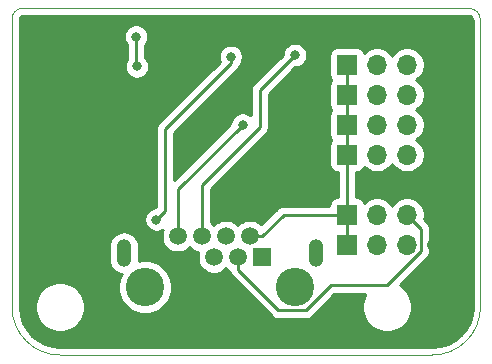
<source format=gbr>
G04 #@! TF.GenerationSoftware,KiCad,Pcbnew,(5.1.5)-3*
G04 #@! TF.CreationDate,2021-07-17T20:23:40-05:00*
G04 #@! TF.ProjectId,InputBoardSTM32,496e7075-7442-46f6-9172-6453544d3332,rev?*
G04 #@! TF.SameCoordinates,Original*
G04 #@! TF.FileFunction,Copper,L2,Bot*
G04 #@! TF.FilePolarity,Positive*
%FSLAX46Y46*%
G04 Gerber Fmt 4.6, Leading zero omitted, Abs format (unit mm)*
G04 Created by KiCad (PCBNEW (5.1.5)-3) date 2021-07-17 20:23:40*
%MOMM*%
%LPD*%
G04 APERTURE LIST*
%ADD10C,0.050000*%
%ADD11O,1.700000X1.700000*%
%ADD12R,1.700000X1.700000*%
%ADD13O,1.259000X2.362000*%
%ADD14R,1.500000X1.500000*%
%ADD15C,1.500000*%
%ADD16C,3.250000*%
%ADD17C,0.800000*%
%ADD18C,0.250000*%
%ADD19C,0.254000*%
G04 APERTURE END LIST*
D10*
X171279873Y-85389743D02*
G75*
G02X172239940Y-86360000I-5095J-965162D01*
G01*
X132588000Y-86296602D02*
G75*
G02X133489685Y-85389720I901685J5182D01*
G01*
X132588000Y-110680500D02*
X132588000Y-86296602D01*
X136652000Y-114744500D02*
G75*
G02X132588000Y-110680500I0J4064000D01*
G01*
X168153080Y-114744500D02*
X136652000Y-114744500D01*
X172239940Y-86360000D02*
X172250164Y-110667800D01*
X172250164Y-110670340D02*
G75*
G02X168153080Y-114744500I-4074224J0D01*
G01*
X171279820Y-85389720D02*
X133489685Y-85389720D01*
D11*
X168569640Y-95250000D03*
X166029640Y-95250000D03*
X163489640Y-95250000D03*
D12*
X160949640Y-95250000D03*
D11*
X168569640Y-97790000D03*
X166029640Y-97790000D03*
X163489640Y-97790000D03*
D12*
X160949640Y-97790000D03*
D11*
X168569640Y-92710000D03*
X166029640Y-92710000D03*
X163489640Y-92710000D03*
D12*
X160949640Y-92710000D03*
X160949640Y-90170000D03*
D11*
X163489640Y-90170000D03*
X166029640Y-90170000D03*
X168569640Y-90170000D03*
X168569640Y-102870000D03*
X166029640Y-102870000D03*
X163489640Y-102870000D03*
D12*
X160949640Y-102870000D03*
X160949640Y-105410000D03*
D11*
X163489640Y-105410000D03*
X166029640Y-105410000D03*
X168569640Y-105410000D03*
D13*
X158323280Y-106097070D03*
X142063280Y-106097070D03*
D14*
X153742580Y-106459020D03*
D15*
X152722580Y-104679020D03*
X151712580Y-106459020D03*
X150692580Y-104679020D03*
X149682580Y-106459020D03*
X148662580Y-104679020D03*
X147652580Y-106459020D03*
X146632580Y-104679020D03*
D16*
X156543280Y-108999020D03*
X143843280Y-108999020D03*
D17*
X152280620Y-98686620D03*
X135437880Y-92913200D03*
X136461500Y-98623120D03*
X136410700Y-104167940D03*
X145775680Y-89540080D03*
X143085820Y-87787480D03*
X143156940Y-90307160D03*
X152112980Y-95244920D03*
X156532580Y-89344500D03*
X151104600Y-89496900D03*
X144805400Y-103273860D03*
D18*
X160949640Y-104310000D02*
X160949640Y-102870000D01*
X160949640Y-105410000D02*
X160949640Y-104310000D01*
X159849640Y-102870000D02*
X160949640Y-102870000D01*
X153783240Y-104679020D02*
X155592260Y-102870000D01*
X155592260Y-102870000D02*
X159849640Y-102870000D01*
X152722580Y-104679020D02*
X153783240Y-104679020D01*
X160949640Y-101770000D02*
X160949640Y-97790000D01*
X160949640Y-102870000D02*
X160949640Y-101770000D01*
X160949640Y-96690000D02*
X160949640Y-95250000D01*
X160949640Y-97790000D02*
X160949640Y-96690000D01*
X160949640Y-94150000D02*
X160949640Y-92710000D01*
X160949640Y-95250000D02*
X160949640Y-94150000D01*
X160949640Y-91270000D02*
X160949640Y-92710000D01*
X160949640Y-90170000D02*
X160949640Y-91270000D01*
X143085820Y-90236040D02*
X143156940Y-90307160D01*
X143085820Y-87787480D02*
X143085820Y-90236040D01*
X146632580Y-100725320D02*
X146632580Y-104679020D01*
X152112980Y-95244920D02*
X146632580Y-100725320D01*
X156532580Y-89344500D02*
X153543000Y-92334080D01*
X153543000Y-92334080D02*
X153543000Y-95468440D01*
X148662580Y-100348860D02*
X148662580Y-104679020D01*
X153543000Y-95468440D02*
X148662580Y-100348860D01*
X151104600Y-89496900D02*
X151104600Y-90062585D01*
X151104600Y-90062585D02*
X145557579Y-95609606D01*
X145557579Y-95609606D02*
X145557579Y-102521681D01*
X145557579Y-102521681D02*
X144805400Y-103273860D01*
X151712580Y-107519680D02*
X151712580Y-106459020D01*
X159575303Y-108852999D02*
X157479281Y-110949021D01*
X155141921Y-110949021D02*
X151712580Y-107519680D01*
X157479281Y-110949021D02*
X155141921Y-110949021D01*
X164325643Y-108852999D02*
X159575303Y-108852999D01*
X167204641Y-105974001D02*
X164325643Y-108852999D01*
X167204641Y-104045001D02*
X167204641Y-105974001D01*
X166029640Y-102870000D02*
X167204641Y-104045001D01*
D19*
G36*
X171335001Y-86058960D02*
G01*
X171391338Y-86076294D01*
X171443234Y-86104240D01*
X171488715Y-86141736D01*
X171526044Y-86187346D01*
X171553803Y-86239340D01*
X171570937Y-86295742D01*
X171579951Y-86386096D01*
X171590152Y-110638186D01*
X171522036Y-111332885D01*
X171329620Y-111970196D01*
X171017084Y-112557991D01*
X170596331Y-113073886D01*
X170083378Y-113498237D01*
X169497781Y-113814868D01*
X168861825Y-114011730D01*
X168169575Y-114084488D01*
X168152630Y-114084500D01*
X136684278Y-114084500D01*
X135991442Y-114016567D01*
X135356042Y-113824728D01*
X134770009Y-113513130D01*
X134255653Y-113093630D01*
X133832581Y-112582225D01*
X133516897Y-111998378D01*
X133320625Y-111364330D01*
X133248000Y-110673345D01*
X133248000Y-110467721D01*
X134503000Y-110467721D01*
X134503000Y-110888279D01*
X134585047Y-111300756D01*
X134745988Y-111689302D01*
X134979637Y-112038983D01*
X135277017Y-112336363D01*
X135626698Y-112570012D01*
X136015244Y-112730953D01*
X136427721Y-112813000D01*
X136848279Y-112813000D01*
X137260756Y-112730953D01*
X137649302Y-112570012D01*
X137998983Y-112336363D01*
X138296363Y-112038983D01*
X138530012Y-111689302D01*
X138690953Y-111300756D01*
X138773000Y-110888279D01*
X138773000Y-110467721D01*
X138690953Y-110055244D01*
X138530012Y-109666698D01*
X138296363Y-109317017D01*
X137998983Y-109019637D01*
X137649302Y-108785988D01*
X137260756Y-108625047D01*
X136848279Y-108543000D01*
X136427721Y-108543000D01*
X136015244Y-108625047D01*
X135626698Y-108785988D01*
X135277017Y-109019637D01*
X134979637Y-109317017D01*
X134745988Y-109666698D01*
X134585047Y-110055244D01*
X134503000Y-110467721D01*
X133248000Y-110467721D01*
X133248000Y-105483454D01*
X140798780Y-105483454D01*
X140798780Y-106710685D01*
X140817077Y-106896454D01*
X140889382Y-107134813D01*
X141006800Y-107354487D01*
X141164817Y-107547033D01*
X141357362Y-107705050D01*
X141577036Y-107822468D01*
X141815395Y-107894773D01*
X141860094Y-107899176D01*
X141840494Y-107928509D01*
X141670131Y-108339802D01*
X141583280Y-108776429D01*
X141583280Y-109221611D01*
X141670131Y-109658238D01*
X141840494Y-110069531D01*
X142087824Y-110439686D01*
X142402614Y-110754476D01*
X142772769Y-111001806D01*
X143184062Y-111172169D01*
X143620689Y-111259020D01*
X144065871Y-111259020D01*
X144502498Y-111172169D01*
X144913791Y-111001806D01*
X145283946Y-110754476D01*
X145598736Y-110439686D01*
X145846066Y-110069531D01*
X146016429Y-109658238D01*
X146103280Y-109221611D01*
X146103280Y-108776429D01*
X146016429Y-108339802D01*
X145846066Y-107928509D01*
X145598736Y-107558354D01*
X145283946Y-107243564D01*
X144913791Y-106996234D01*
X144502498Y-106825871D01*
X144065871Y-106739020D01*
X143620689Y-106739020D01*
X143319080Y-106799014D01*
X143327780Y-106710686D01*
X143327780Y-105483454D01*
X143309483Y-105297685D01*
X143237178Y-105059326D01*
X143119760Y-104839652D01*
X142961743Y-104647107D01*
X142769198Y-104489090D01*
X142549524Y-104371672D01*
X142311165Y-104299367D01*
X142063280Y-104274952D01*
X141815396Y-104299367D01*
X141577037Y-104371672D01*
X141357363Y-104489090D01*
X141164818Y-104647107D01*
X141006800Y-104839652D01*
X140889382Y-105059326D01*
X140817077Y-105297685D01*
X140798780Y-105483454D01*
X133248000Y-105483454D01*
X133248000Y-103171921D01*
X143770400Y-103171921D01*
X143770400Y-103375799D01*
X143810174Y-103575758D01*
X143888195Y-103764116D01*
X144001463Y-103933634D01*
X144145626Y-104077797D01*
X144315144Y-104191065D01*
X144503502Y-104269086D01*
X144703461Y-104308860D01*
X144907339Y-104308860D01*
X145107298Y-104269086D01*
X145295656Y-104191065D01*
X145350865Y-104154176D01*
X145300805Y-104275031D01*
X145247580Y-104542609D01*
X145247580Y-104815431D01*
X145300805Y-105083009D01*
X145405209Y-105335063D01*
X145556781Y-105561906D01*
X145749694Y-105754819D01*
X145976537Y-105906391D01*
X146228591Y-106010795D01*
X146496169Y-106064020D01*
X146768991Y-106064020D01*
X147036569Y-106010795D01*
X147288623Y-105906391D01*
X147515466Y-105754819D01*
X147647580Y-105622705D01*
X147779694Y-105754819D01*
X148006537Y-105906391D01*
X148258591Y-106010795D01*
X148360714Y-106031109D01*
X148350805Y-106055031D01*
X148297580Y-106322609D01*
X148297580Y-106595431D01*
X148350805Y-106863009D01*
X148455209Y-107115063D01*
X148606781Y-107341906D01*
X148799694Y-107534819D01*
X149026537Y-107686391D01*
X149278591Y-107790795D01*
X149546169Y-107844020D01*
X149818991Y-107844020D01*
X150086569Y-107790795D01*
X150338623Y-107686391D01*
X150565466Y-107534819D01*
X150697580Y-107402705D01*
X150829694Y-107534819D01*
X150958897Y-107621150D01*
X150963577Y-107668665D01*
X151000624Y-107790795D01*
X151007034Y-107811926D01*
X151077606Y-107943956D01*
X151117451Y-107992506D01*
X151172579Y-108059681D01*
X151201583Y-108083484D01*
X154578122Y-111460024D01*
X154601920Y-111489022D01*
X154658266Y-111535264D01*
X154717645Y-111583995D01*
X154849674Y-111654567D01*
X154992935Y-111698024D01*
X155141921Y-111712698D01*
X155179254Y-111709021D01*
X157441959Y-111709021D01*
X157479281Y-111712697D01*
X157516603Y-111709021D01*
X157516614Y-111709021D01*
X157628267Y-111698024D01*
X157771528Y-111654567D01*
X157903557Y-111583995D01*
X158019282Y-111489022D01*
X158043085Y-111460018D01*
X159890105Y-109612999D01*
X162481868Y-109612999D01*
X162445988Y-109666698D01*
X162285047Y-110055244D01*
X162203000Y-110467721D01*
X162203000Y-110888279D01*
X162285047Y-111300756D01*
X162445988Y-111689302D01*
X162679637Y-112038983D01*
X162977017Y-112336363D01*
X163326698Y-112570012D01*
X163715244Y-112730953D01*
X164127721Y-112813000D01*
X164548279Y-112813000D01*
X164960756Y-112730953D01*
X165349302Y-112570012D01*
X165698983Y-112336363D01*
X165996363Y-112038983D01*
X166230012Y-111689302D01*
X166390953Y-111300756D01*
X166473000Y-110888279D01*
X166473000Y-110467721D01*
X166390953Y-110055244D01*
X166230012Y-109666698D01*
X165996363Y-109317017D01*
X165698983Y-109019637D01*
X165420130Y-108833313D01*
X167715644Y-106537800D01*
X167744642Y-106514002D01*
X167770973Y-106481918D01*
X167839615Y-106398278D01*
X167910187Y-106266248D01*
X167912082Y-106260000D01*
X167953644Y-106122987D01*
X167964641Y-106011334D01*
X167964641Y-106011324D01*
X167968317Y-105974002D01*
X167964641Y-105936679D01*
X167964641Y-104082323D01*
X167968317Y-104045000D01*
X167964641Y-104007677D01*
X167964641Y-104007668D01*
X167953644Y-103896015D01*
X167910187Y-103752754D01*
X167839615Y-103620725D01*
X167744642Y-103505000D01*
X167715645Y-103481203D01*
X167470850Y-103236408D01*
X167514640Y-103016260D01*
X167514640Y-102723740D01*
X167457572Y-102436842D01*
X167345630Y-102166589D01*
X167183115Y-101923368D01*
X166976272Y-101716525D01*
X166733051Y-101554010D01*
X166462798Y-101442068D01*
X166175900Y-101385000D01*
X165883380Y-101385000D01*
X165596482Y-101442068D01*
X165326229Y-101554010D01*
X165083008Y-101716525D01*
X164876165Y-101923368D01*
X164759640Y-102097760D01*
X164643115Y-101923368D01*
X164436272Y-101716525D01*
X164193051Y-101554010D01*
X163922798Y-101442068D01*
X163635900Y-101385000D01*
X163343380Y-101385000D01*
X163056482Y-101442068D01*
X162786229Y-101554010D01*
X162543008Y-101716525D01*
X162411153Y-101848380D01*
X162389142Y-101775820D01*
X162330177Y-101665506D01*
X162250825Y-101568815D01*
X162154134Y-101489463D01*
X162043820Y-101430498D01*
X161924122Y-101394188D01*
X161799640Y-101381928D01*
X161709640Y-101381928D01*
X161709640Y-99278072D01*
X161799640Y-99278072D01*
X161924122Y-99265812D01*
X162043820Y-99229502D01*
X162154134Y-99170537D01*
X162250825Y-99091185D01*
X162330177Y-98994494D01*
X162389142Y-98884180D01*
X162411153Y-98811620D01*
X162543008Y-98943475D01*
X162786229Y-99105990D01*
X163056482Y-99217932D01*
X163343380Y-99275000D01*
X163635900Y-99275000D01*
X163922798Y-99217932D01*
X164193051Y-99105990D01*
X164436272Y-98943475D01*
X164643115Y-98736632D01*
X164759640Y-98562240D01*
X164876165Y-98736632D01*
X165083008Y-98943475D01*
X165326229Y-99105990D01*
X165596482Y-99217932D01*
X165883380Y-99275000D01*
X166175900Y-99275000D01*
X166462798Y-99217932D01*
X166733051Y-99105990D01*
X166976272Y-98943475D01*
X167183115Y-98736632D01*
X167345630Y-98493411D01*
X167457572Y-98223158D01*
X167514640Y-97936260D01*
X167514640Y-97643740D01*
X167457572Y-97356842D01*
X167345630Y-97086589D01*
X167183115Y-96843368D01*
X166976272Y-96636525D01*
X166801880Y-96520000D01*
X166976272Y-96403475D01*
X167183115Y-96196632D01*
X167345630Y-95953411D01*
X167457572Y-95683158D01*
X167514640Y-95396260D01*
X167514640Y-95103740D01*
X167457572Y-94816842D01*
X167345630Y-94546589D01*
X167183115Y-94303368D01*
X166976272Y-94096525D01*
X166801880Y-93980000D01*
X166976272Y-93863475D01*
X167183115Y-93656632D01*
X167345630Y-93413411D01*
X167457572Y-93143158D01*
X167514640Y-92856260D01*
X167514640Y-92563740D01*
X167457572Y-92276842D01*
X167345630Y-92006589D01*
X167183115Y-91763368D01*
X166976272Y-91556525D01*
X166801880Y-91440000D01*
X166976272Y-91323475D01*
X167183115Y-91116632D01*
X167345630Y-90873411D01*
X167457572Y-90603158D01*
X167514640Y-90316260D01*
X167514640Y-90023740D01*
X167457572Y-89736842D01*
X167345630Y-89466589D01*
X167183115Y-89223368D01*
X166976272Y-89016525D01*
X166733051Y-88854010D01*
X166462798Y-88742068D01*
X166175900Y-88685000D01*
X165883380Y-88685000D01*
X165596482Y-88742068D01*
X165326229Y-88854010D01*
X165083008Y-89016525D01*
X164876165Y-89223368D01*
X164759640Y-89397760D01*
X164643115Y-89223368D01*
X164436272Y-89016525D01*
X164193051Y-88854010D01*
X163922798Y-88742068D01*
X163635900Y-88685000D01*
X163343380Y-88685000D01*
X163056482Y-88742068D01*
X162786229Y-88854010D01*
X162543008Y-89016525D01*
X162411153Y-89148380D01*
X162389142Y-89075820D01*
X162330177Y-88965506D01*
X162250825Y-88868815D01*
X162154134Y-88789463D01*
X162043820Y-88730498D01*
X161924122Y-88694188D01*
X161799640Y-88681928D01*
X160099640Y-88681928D01*
X159975158Y-88694188D01*
X159855460Y-88730498D01*
X159745146Y-88789463D01*
X159648455Y-88868815D01*
X159569103Y-88965506D01*
X159510138Y-89075820D01*
X159473828Y-89195518D01*
X159461568Y-89320000D01*
X159461568Y-91020000D01*
X159473828Y-91144482D01*
X159510138Y-91264180D01*
X159569103Y-91374494D01*
X159622862Y-91440000D01*
X159569103Y-91505506D01*
X159510138Y-91615820D01*
X159473828Y-91735518D01*
X159461568Y-91860000D01*
X159461568Y-93560000D01*
X159473828Y-93684482D01*
X159510138Y-93804180D01*
X159569103Y-93914494D01*
X159622862Y-93980000D01*
X159569103Y-94045506D01*
X159510138Y-94155820D01*
X159473828Y-94275518D01*
X159461568Y-94400000D01*
X159461568Y-96100000D01*
X159473828Y-96224482D01*
X159510138Y-96344180D01*
X159569103Y-96454494D01*
X159622862Y-96520000D01*
X159569103Y-96585506D01*
X159510138Y-96695820D01*
X159473828Y-96815518D01*
X159461568Y-96940000D01*
X159461568Y-98640000D01*
X159473828Y-98764482D01*
X159510138Y-98884180D01*
X159569103Y-98994494D01*
X159648455Y-99091185D01*
X159745146Y-99170537D01*
X159855460Y-99229502D01*
X159975158Y-99265812D01*
X160099640Y-99278072D01*
X160189641Y-99278072D01*
X160189640Y-101381928D01*
X160099640Y-101381928D01*
X159975158Y-101394188D01*
X159855460Y-101430498D01*
X159745146Y-101489463D01*
X159648455Y-101568815D01*
X159569103Y-101665506D01*
X159510138Y-101775820D01*
X159473828Y-101895518D01*
X159461568Y-102020000D01*
X159461568Y-102110000D01*
X155629593Y-102110000D01*
X155592260Y-102106323D01*
X155554927Y-102110000D01*
X155443274Y-102120997D01*
X155300013Y-102164454D01*
X155167984Y-102235026D01*
X155052259Y-102329999D01*
X155028461Y-102358997D01*
X153694852Y-103692607D01*
X153605466Y-103603221D01*
X153378623Y-103451649D01*
X153126569Y-103347245D01*
X152858991Y-103294020D01*
X152586169Y-103294020D01*
X152318591Y-103347245D01*
X152066537Y-103451649D01*
X151839694Y-103603221D01*
X151707580Y-103735335D01*
X151575466Y-103603221D01*
X151348623Y-103451649D01*
X151096569Y-103347245D01*
X150828991Y-103294020D01*
X150556169Y-103294020D01*
X150288591Y-103347245D01*
X150036537Y-103451649D01*
X149809694Y-103603221D01*
X149677580Y-103735335D01*
X149545466Y-103603221D01*
X149422580Y-103521111D01*
X149422580Y-100663661D01*
X154054003Y-96032239D01*
X154083001Y-96008441D01*
X154138351Y-95940997D01*
X154177974Y-95892717D01*
X154248546Y-95760687D01*
X154249991Y-95755923D01*
X154292003Y-95617426D01*
X154303000Y-95505773D01*
X154303000Y-95505764D01*
X154306676Y-95468441D01*
X154303000Y-95431118D01*
X154303000Y-92648881D01*
X156572382Y-90379500D01*
X156634519Y-90379500D01*
X156834478Y-90339726D01*
X157022836Y-90261705D01*
X157192354Y-90148437D01*
X157336517Y-90004274D01*
X157449785Y-89834756D01*
X157527806Y-89646398D01*
X157567580Y-89446439D01*
X157567580Y-89242561D01*
X157527806Y-89042602D01*
X157449785Y-88854244D01*
X157336517Y-88684726D01*
X157192354Y-88540563D01*
X157022836Y-88427295D01*
X156834478Y-88349274D01*
X156634519Y-88309500D01*
X156430641Y-88309500D01*
X156230682Y-88349274D01*
X156042324Y-88427295D01*
X155872806Y-88540563D01*
X155728643Y-88684726D01*
X155615375Y-88854244D01*
X155537354Y-89042602D01*
X155497580Y-89242561D01*
X155497580Y-89304698D01*
X153032003Y-91770276D01*
X153002999Y-91794079D01*
X152948900Y-91860000D01*
X152908026Y-91909804D01*
X152888506Y-91946323D01*
X152837454Y-92041834D01*
X152793997Y-92185095D01*
X152783000Y-92296748D01*
X152783000Y-92296758D01*
X152779324Y-92334080D01*
X152783000Y-92371403D01*
X152783001Y-94451230D01*
X152772754Y-94440983D01*
X152603236Y-94327715D01*
X152414878Y-94249694D01*
X152214919Y-94209920D01*
X152011041Y-94209920D01*
X151811082Y-94249694D01*
X151622724Y-94327715D01*
X151453206Y-94440983D01*
X151309043Y-94585146D01*
X151195775Y-94754664D01*
X151117754Y-94943022D01*
X151077980Y-95142981D01*
X151077980Y-95205118D01*
X146317579Y-99965520D01*
X146317579Y-95924407D01*
X151615603Y-90626384D01*
X151644601Y-90602586D01*
X151739574Y-90486861D01*
X151810146Y-90354832D01*
X151853587Y-90211624D01*
X151908537Y-90156674D01*
X152021805Y-89987156D01*
X152099826Y-89798798D01*
X152139600Y-89598839D01*
X152139600Y-89394961D01*
X152099826Y-89195002D01*
X152021805Y-89006644D01*
X151908537Y-88837126D01*
X151764374Y-88692963D01*
X151594856Y-88579695D01*
X151406498Y-88501674D01*
X151206539Y-88461900D01*
X151002661Y-88461900D01*
X150802702Y-88501674D01*
X150614344Y-88579695D01*
X150444826Y-88692963D01*
X150300663Y-88837126D01*
X150187395Y-89006644D01*
X150109374Y-89195002D01*
X150069600Y-89394961D01*
X150069600Y-89598839D01*
X150109374Y-89798798D01*
X150163328Y-89929055D01*
X145046582Y-95045802D01*
X145017578Y-95069605D01*
X144962450Y-95136780D01*
X144922605Y-95185330D01*
X144868083Y-95287333D01*
X144852033Y-95317360D01*
X144808576Y-95460621D01*
X144797579Y-95572274D01*
X144797579Y-95572284D01*
X144793903Y-95609606D01*
X144797579Y-95646929D01*
X144797580Y-102206878D01*
X144765598Y-102238860D01*
X144703461Y-102238860D01*
X144503502Y-102278634D01*
X144315144Y-102356655D01*
X144145626Y-102469923D01*
X144001463Y-102614086D01*
X143888195Y-102783604D01*
X143810174Y-102971962D01*
X143770400Y-103171921D01*
X133248000Y-103171921D01*
X133248000Y-87685541D01*
X142050820Y-87685541D01*
X142050820Y-87889419D01*
X142090594Y-88089378D01*
X142168615Y-88277736D01*
X142281883Y-88447254D01*
X142325820Y-88491191D01*
X142325821Y-89688067D01*
X142239735Y-89816904D01*
X142161714Y-90005262D01*
X142121940Y-90205221D01*
X142121940Y-90409099D01*
X142161714Y-90609058D01*
X142239735Y-90797416D01*
X142353003Y-90966934D01*
X142497166Y-91111097D01*
X142666684Y-91224365D01*
X142855042Y-91302386D01*
X143055001Y-91342160D01*
X143258879Y-91342160D01*
X143458838Y-91302386D01*
X143647196Y-91224365D01*
X143816714Y-91111097D01*
X143960877Y-90966934D01*
X144074145Y-90797416D01*
X144152166Y-90609058D01*
X144191940Y-90409099D01*
X144191940Y-90205221D01*
X144152166Y-90005262D01*
X144074145Y-89816904D01*
X143960877Y-89647386D01*
X143845820Y-89532329D01*
X143845820Y-88491191D01*
X143889757Y-88447254D01*
X144003025Y-88277736D01*
X144081046Y-88089378D01*
X144120820Y-87889419D01*
X144120820Y-87685541D01*
X144081046Y-87485582D01*
X144003025Y-87297224D01*
X143889757Y-87127706D01*
X143745594Y-86983543D01*
X143576076Y-86870275D01*
X143387718Y-86792254D01*
X143187759Y-86752480D01*
X142983881Y-86752480D01*
X142783922Y-86792254D01*
X142595564Y-86870275D01*
X142426046Y-86983543D01*
X142281883Y-87127706D01*
X142168615Y-87297224D01*
X142090594Y-87485582D01*
X142050820Y-87685541D01*
X133248000Y-87685541D01*
X133248000Y-86326977D01*
X133255430Y-86246437D01*
X133268630Y-86201791D01*
X133290250Y-86160560D01*
X133319465Y-86124316D01*
X133355162Y-86094437D01*
X133395987Y-86072059D01*
X133440380Y-86058037D01*
X133515359Y-86049720D01*
X171245625Y-86049720D01*
X171335001Y-86058960D01*
G37*
X171335001Y-86058960D02*
X171391338Y-86076294D01*
X171443234Y-86104240D01*
X171488715Y-86141736D01*
X171526044Y-86187346D01*
X171553803Y-86239340D01*
X171570937Y-86295742D01*
X171579951Y-86386096D01*
X171590152Y-110638186D01*
X171522036Y-111332885D01*
X171329620Y-111970196D01*
X171017084Y-112557991D01*
X170596331Y-113073886D01*
X170083378Y-113498237D01*
X169497781Y-113814868D01*
X168861825Y-114011730D01*
X168169575Y-114084488D01*
X168152630Y-114084500D01*
X136684278Y-114084500D01*
X135991442Y-114016567D01*
X135356042Y-113824728D01*
X134770009Y-113513130D01*
X134255653Y-113093630D01*
X133832581Y-112582225D01*
X133516897Y-111998378D01*
X133320625Y-111364330D01*
X133248000Y-110673345D01*
X133248000Y-110467721D01*
X134503000Y-110467721D01*
X134503000Y-110888279D01*
X134585047Y-111300756D01*
X134745988Y-111689302D01*
X134979637Y-112038983D01*
X135277017Y-112336363D01*
X135626698Y-112570012D01*
X136015244Y-112730953D01*
X136427721Y-112813000D01*
X136848279Y-112813000D01*
X137260756Y-112730953D01*
X137649302Y-112570012D01*
X137998983Y-112336363D01*
X138296363Y-112038983D01*
X138530012Y-111689302D01*
X138690953Y-111300756D01*
X138773000Y-110888279D01*
X138773000Y-110467721D01*
X138690953Y-110055244D01*
X138530012Y-109666698D01*
X138296363Y-109317017D01*
X137998983Y-109019637D01*
X137649302Y-108785988D01*
X137260756Y-108625047D01*
X136848279Y-108543000D01*
X136427721Y-108543000D01*
X136015244Y-108625047D01*
X135626698Y-108785988D01*
X135277017Y-109019637D01*
X134979637Y-109317017D01*
X134745988Y-109666698D01*
X134585047Y-110055244D01*
X134503000Y-110467721D01*
X133248000Y-110467721D01*
X133248000Y-105483454D01*
X140798780Y-105483454D01*
X140798780Y-106710685D01*
X140817077Y-106896454D01*
X140889382Y-107134813D01*
X141006800Y-107354487D01*
X141164817Y-107547033D01*
X141357362Y-107705050D01*
X141577036Y-107822468D01*
X141815395Y-107894773D01*
X141860094Y-107899176D01*
X141840494Y-107928509D01*
X141670131Y-108339802D01*
X141583280Y-108776429D01*
X141583280Y-109221611D01*
X141670131Y-109658238D01*
X141840494Y-110069531D01*
X142087824Y-110439686D01*
X142402614Y-110754476D01*
X142772769Y-111001806D01*
X143184062Y-111172169D01*
X143620689Y-111259020D01*
X144065871Y-111259020D01*
X144502498Y-111172169D01*
X144913791Y-111001806D01*
X145283946Y-110754476D01*
X145598736Y-110439686D01*
X145846066Y-110069531D01*
X146016429Y-109658238D01*
X146103280Y-109221611D01*
X146103280Y-108776429D01*
X146016429Y-108339802D01*
X145846066Y-107928509D01*
X145598736Y-107558354D01*
X145283946Y-107243564D01*
X144913791Y-106996234D01*
X144502498Y-106825871D01*
X144065871Y-106739020D01*
X143620689Y-106739020D01*
X143319080Y-106799014D01*
X143327780Y-106710686D01*
X143327780Y-105483454D01*
X143309483Y-105297685D01*
X143237178Y-105059326D01*
X143119760Y-104839652D01*
X142961743Y-104647107D01*
X142769198Y-104489090D01*
X142549524Y-104371672D01*
X142311165Y-104299367D01*
X142063280Y-104274952D01*
X141815396Y-104299367D01*
X141577037Y-104371672D01*
X141357363Y-104489090D01*
X141164818Y-104647107D01*
X141006800Y-104839652D01*
X140889382Y-105059326D01*
X140817077Y-105297685D01*
X140798780Y-105483454D01*
X133248000Y-105483454D01*
X133248000Y-103171921D01*
X143770400Y-103171921D01*
X143770400Y-103375799D01*
X143810174Y-103575758D01*
X143888195Y-103764116D01*
X144001463Y-103933634D01*
X144145626Y-104077797D01*
X144315144Y-104191065D01*
X144503502Y-104269086D01*
X144703461Y-104308860D01*
X144907339Y-104308860D01*
X145107298Y-104269086D01*
X145295656Y-104191065D01*
X145350865Y-104154176D01*
X145300805Y-104275031D01*
X145247580Y-104542609D01*
X145247580Y-104815431D01*
X145300805Y-105083009D01*
X145405209Y-105335063D01*
X145556781Y-105561906D01*
X145749694Y-105754819D01*
X145976537Y-105906391D01*
X146228591Y-106010795D01*
X146496169Y-106064020D01*
X146768991Y-106064020D01*
X147036569Y-106010795D01*
X147288623Y-105906391D01*
X147515466Y-105754819D01*
X147647580Y-105622705D01*
X147779694Y-105754819D01*
X148006537Y-105906391D01*
X148258591Y-106010795D01*
X148360714Y-106031109D01*
X148350805Y-106055031D01*
X148297580Y-106322609D01*
X148297580Y-106595431D01*
X148350805Y-106863009D01*
X148455209Y-107115063D01*
X148606781Y-107341906D01*
X148799694Y-107534819D01*
X149026537Y-107686391D01*
X149278591Y-107790795D01*
X149546169Y-107844020D01*
X149818991Y-107844020D01*
X150086569Y-107790795D01*
X150338623Y-107686391D01*
X150565466Y-107534819D01*
X150697580Y-107402705D01*
X150829694Y-107534819D01*
X150958897Y-107621150D01*
X150963577Y-107668665D01*
X151000624Y-107790795D01*
X151007034Y-107811926D01*
X151077606Y-107943956D01*
X151117451Y-107992506D01*
X151172579Y-108059681D01*
X151201583Y-108083484D01*
X154578122Y-111460024D01*
X154601920Y-111489022D01*
X154658266Y-111535264D01*
X154717645Y-111583995D01*
X154849674Y-111654567D01*
X154992935Y-111698024D01*
X155141921Y-111712698D01*
X155179254Y-111709021D01*
X157441959Y-111709021D01*
X157479281Y-111712697D01*
X157516603Y-111709021D01*
X157516614Y-111709021D01*
X157628267Y-111698024D01*
X157771528Y-111654567D01*
X157903557Y-111583995D01*
X158019282Y-111489022D01*
X158043085Y-111460018D01*
X159890105Y-109612999D01*
X162481868Y-109612999D01*
X162445988Y-109666698D01*
X162285047Y-110055244D01*
X162203000Y-110467721D01*
X162203000Y-110888279D01*
X162285047Y-111300756D01*
X162445988Y-111689302D01*
X162679637Y-112038983D01*
X162977017Y-112336363D01*
X163326698Y-112570012D01*
X163715244Y-112730953D01*
X164127721Y-112813000D01*
X164548279Y-112813000D01*
X164960756Y-112730953D01*
X165349302Y-112570012D01*
X165698983Y-112336363D01*
X165996363Y-112038983D01*
X166230012Y-111689302D01*
X166390953Y-111300756D01*
X166473000Y-110888279D01*
X166473000Y-110467721D01*
X166390953Y-110055244D01*
X166230012Y-109666698D01*
X165996363Y-109317017D01*
X165698983Y-109019637D01*
X165420130Y-108833313D01*
X167715644Y-106537800D01*
X167744642Y-106514002D01*
X167770973Y-106481918D01*
X167839615Y-106398278D01*
X167910187Y-106266248D01*
X167912082Y-106260000D01*
X167953644Y-106122987D01*
X167964641Y-106011334D01*
X167964641Y-106011324D01*
X167968317Y-105974002D01*
X167964641Y-105936679D01*
X167964641Y-104082323D01*
X167968317Y-104045000D01*
X167964641Y-104007677D01*
X167964641Y-104007668D01*
X167953644Y-103896015D01*
X167910187Y-103752754D01*
X167839615Y-103620725D01*
X167744642Y-103505000D01*
X167715645Y-103481203D01*
X167470850Y-103236408D01*
X167514640Y-103016260D01*
X167514640Y-102723740D01*
X167457572Y-102436842D01*
X167345630Y-102166589D01*
X167183115Y-101923368D01*
X166976272Y-101716525D01*
X166733051Y-101554010D01*
X166462798Y-101442068D01*
X166175900Y-101385000D01*
X165883380Y-101385000D01*
X165596482Y-101442068D01*
X165326229Y-101554010D01*
X165083008Y-101716525D01*
X164876165Y-101923368D01*
X164759640Y-102097760D01*
X164643115Y-101923368D01*
X164436272Y-101716525D01*
X164193051Y-101554010D01*
X163922798Y-101442068D01*
X163635900Y-101385000D01*
X163343380Y-101385000D01*
X163056482Y-101442068D01*
X162786229Y-101554010D01*
X162543008Y-101716525D01*
X162411153Y-101848380D01*
X162389142Y-101775820D01*
X162330177Y-101665506D01*
X162250825Y-101568815D01*
X162154134Y-101489463D01*
X162043820Y-101430498D01*
X161924122Y-101394188D01*
X161799640Y-101381928D01*
X161709640Y-101381928D01*
X161709640Y-99278072D01*
X161799640Y-99278072D01*
X161924122Y-99265812D01*
X162043820Y-99229502D01*
X162154134Y-99170537D01*
X162250825Y-99091185D01*
X162330177Y-98994494D01*
X162389142Y-98884180D01*
X162411153Y-98811620D01*
X162543008Y-98943475D01*
X162786229Y-99105990D01*
X163056482Y-99217932D01*
X163343380Y-99275000D01*
X163635900Y-99275000D01*
X163922798Y-99217932D01*
X164193051Y-99105990D01*
X164436272Y-98943475D01*
X164643115Y-98736632D01*
X164759640Y-98562240D01*
X164876165Y-98736632D01*
X165083008Y-98943475D01*
X165326229Y-99105990D01*
X165596482Y-99217932D01*
X165883380Y-99275000D01*
X166175900Y-99275000D01*
X166462798Y-99217932D01*
X166733051Y-99105990D01*
X166976272Y-98943475D01*
X167183115Y-98736632D01*
X167345630Y-98493411D01*
X167457572Y-98223158D01*
X167514640Y-97936260D01*
X167514640Y-97643740D01*
X167457572Y-97356842D01*
X167345630Y-97086589D01*
X167183115Y-96843368D01*
X166976272Y-96636525D01*
X166801880Y-96520000D01*
X166976272Y-96403475D01*
X167183115Y-96196632D01*
X167345630Y-95953411D01*
X167457572Y-95683158D01*
X167514640Y-95396260D01*
X167514640Y-95103740D01*
X167457572Y-94816842D01*
X167345630Y-94546589D01*
X167183115Y-94303368D01*
X166976272Y-94096525D01*
X166801880Y-93980000D01*
X166976272Y-93863475D01*
X167183115Y-93656632D01*
X167345630Y-93413411D01*
X167457572Y-93143158D01*
X167514640Y-92856260D01*
X167514640Y-92563740D01*
X167457572Y-92276842D01*
X167345630Y-92006589D01*
X167183115Y-91763368D01*
X166976272Y-91556525D01*
X166801880Y-91440000D01*
X166976272Y-91323475D01*
X167183115Y-91116632D01*
X167345630Y-90873411D01*
X167457572Y-90603158D01*
X167514640Y-90316260D01*
X167514640Y-90023740D01*
X167457572Y-89736842D01*
X167345630Y-89466589D01*
X167183115Y-89223368D01*
X166976272Y-89016525D01*
X166733051Y-88854010D01*
X166462798Y-88742068D01*
X166175900Y-88685000D01*
X165883380Y-88685000D01*
X165596482Y-88742068D01*
X165326229Y-88854010D01*
X165083008Y-89016525D01*
X164876165Y-89223368D01*
X164759640Y-89397760D01*
X164643115Y-89223368D01*
X164436272Y-89016525D01*
X164193051Y-88854010D01*
X163922798Y-88742068D01*
X163635900Y-88685000D01*
X163343380Y-88685000D01*
X163056482Y-88742068D01*
X162786229Y-88854010D01*
X162543008Y-89016525D01*
X162411153Y-89148380D01*
X162389142Y-89075820D01*
X162330177Y-88965506D01*
X162250825Y-88868815D01*
X162154134Y-88789463D01*
X162043820Y-88730498D01*
X161924122Y-88694188D01*
X161799640Y-88681928D01*
X160099640Y-88681928D01*
X159975158Y-88694188D01*
X159855460Y-88730498D01*
X159745146Y-88789463D01*
X159648455Y-88868815D01*
X159569103Y-88965506D01*
X159510138Y-89075820D01*
X159473828Y-89195518D01*
X159461568Y-89320000D01*
X159461568Y-91020000D01*
X159473828Y-91144482D01*
X159510138Y-91264180D01*
X159569103Y-91374494D01*
X159622862Y-91440000D01*
X159569103Y-91505506D01*
X159510138Y-91615820D01*
X159473828Y-91735518D01*
X159461568Y-91860000D01*
X159461568Y-93560000D01*
X159473828Y-93684482D01*
X159510138Y-93804180D01*
X159569103Y-93914494D01*
X159622862Y-93980000D01*
X159569103Y-94045506D01*
X159510138Y-94155820D01*
X159473828Y-94275518D01*
X159461568Y-94400000D01*
X159461568Y-96100000D01*
X159473828Y-96224482D01*
X159510138Y-96344180D01*
X159569103Y-96454494D01*
X159622862Y-96520000D01*
X159569103Y-96585506D01*
X159510138Y-96695820D01*
X159473828Y-96815518D01*
X159461568Y-96940000D01*
X159461568Y-98640000D01*
X159473828Y-98764482D01*
X159510138Y-98884180D01*
X159569103Y-98994494D01*
X159648455Y-99091185D01*
X159745146Y-99170537D01*
X159855460Y-99229502D01*
X159975158Y-99265812D01*
X160099640Y-99278072D01*
X160189641Y-99278072D01*
X160189640Y-101381928D01*
X160099640Y-101381928D01*
X159975158Y-101394188D01*
X159855460Y-101430498D01*
X159745146Y-101489463D01*
X159648455Y-101568815D01*
X159569103Y-101665506D01*
X159510138Y-101775820D01*
X159473828Y-101895518D01*
X159461568Y-102020000D01*
X159461568Y-102110000D01*
X155629593Y-102110000D01*
X155592260Y-102106323D01*
X155554927Y-102110000D01*
X155443274Y-102120997D01*
X155300013Y-102164454D01*
X155167984Y-102235026D01*
X155052259Y-102329999D01*
X155028461Y-102358997D01*
X153694852Y-103692607D01*
X153605466Y-103603221D01*
X153378623Y-103451649D01*
X153126569Y-103347245D01*
X152858991Y-103294020D01*
X152586169Y-103294020D01*
X152318591Y-103347245D01*
X152066537Y-103451649D01*
X151839694Y-103603221D01*
X151707580Y-103735335D01*
X151575466Y-103603221D01*
X151348623Y-103451649D01*
X151096569Y-103347245D01*
X150828991Y-103294020D01*
X150556169Y-103294020D01*
X150288591Y-103347245D01*
X150036537Y-103451649D01*
X149809694Y-103603221D01*
X149677580Y-103735335D01*
X149545466Y-103603221D01*
X149422580Y-103521111D01*
X149422580Y-100663661D01*
X154054003Y-96032239D01*
X154083001Y-96008441D01*
X154138351Y-95940997D01*
X154177974Y-95892717D01*
X154248546Y-95760687D01*
X154249991Y-95755923D01*
X154292003Y-95617426D01*
X154303000Y-95505773D01*
X154303000Y-95505764D01*
X154306676Y-95468441D01*
X154303000Y-95431118D01*
X154303000Y-92648881D01*
X156572382Y-90379500D01*
X156634519Y-90379500D01*
X156834478Y-90339726D01*
X157022836Y-90261705D01*
X157192354Y-90148437D01*
X157336517Y-90004274D01*
X157449785Y-89834756D01*
X157527806Y-89646398D01*
X157567580Y-89446439D01*
X157567580Y-89242561D01*
X157527806Y-89042602D01*
X157449785Y-88854244D01*
X157336517Y-88684726D01*
X157192354Y-88540563D01*
X157022836Y-88427295D01*
X156834478Y-88349274D01*
X156634519Y-88309500D01*
X156430641Y-88309500D01*
X156230682Y-88349274D01*
X156042324Y-88427295D01*
X155872806Y-88540563D01*
X155728643Y-88684726D01*
X155615375Y-88854244D01*
X155537354Y-89042602D01*
X155497580Y-89242561D01*
X155497580Y-89304698D01*
X153032003Y-91770276D01*
X153002999Y-91794079D01*
X152948900Y-91860000D01*
X152908026Y-91909804D01*
X152888506Y-91946323D01*
X152837454Y-92041834D01*
X152793997Y-92185095D01*
X152783000Y-92296748D01*
X152783000Y-92296758D01*
X152779324Y-92334080D01*
X152783000Y-92371403D01*
X152783001Y-94451230D01*
X152772754Y-94440983D01*
X152603236Y-94327715D01*
X152414878Y-94249694D01*
X152214919Y-94209920D01*
X152011041Y-94209920D01*
X151811082Y-94249694D01*
X151622724Y-94327715D01*
X151453206Y-94440983D01*
X151309043Y-94585146D01*
X151195775Y-94754664D01*
X151117754Y-94943022D01*
X151077980Y-95142981D01*
X151077980Y-95205118D01*
X146317579Y-99965520D01*
X146317579Y-95924407D01*
X151615603Y-90626384D01*
X151644601Y-90602586D01*
X151739574Y-90486861D01*
X151810146Y-90354832D01*
X151853587Y-90211624D01*
X151908537Y-90156674D01*
X152021805Y-89987156D01*
X152099826Y-89798798D01*
X152139600Y-89598839D01*
X152139600Y-89394961D01*
X152099826Y-89195002D01*
X152021805Y-89006644D01*
X151908537Y-88837126D01*
X151764374Y-88692963D01*
X151594856Y-88579695D01*
X151406498Y-88501674D01*
X151206539Y-88461900D01*
X151002661Y-88461900D01*
X150802702Y-88501674D01*
X150614344Y-88579695D01*
X150444826Y-88692963D01*
X150300663Y-88837126D01*
X150187395Y-89006644D01*
X150109374Y-89195002D01*
X150069600Y-89394961D01*
X150069600Y-89598839D01*
X150109374Y-89798798D01*
X150163328Y-89929055D01*
X145046582Y-95045802D01*
X145017578Y-95069605D01*
X144962450Y-95136780D01*
X144922605Y-95185330D01*
X144868083Y-95287333D01*
X144852033Y-95317360D01*
X144808576Y-95460621D01*
X144797579Y-95572274D01*
X144797579Y-95572284D01*
X144793903Y-95609606D01*
X144797579Y-95646929D01*
X144797580Y-102206878D01*
X144765598Y-102238860D01*
X144703461Y-102238860D01*
X144503502Y-102278634D01*
X144315144Y-102356655D01*
X144145626Y-102469923D01*
X144001463Y-102614086D01*
X143888195Y-102783604D01*
X143810174Y-102971962D01*
X143770400Y-103171921D01*
X133248000Y-103171921D01*
X133248000Y-87685541D01*
X142050820Y-87685541D01*
X142050820Y-87889419D01*
X142090594Y-88089378D01*
X142168615Y-88277736D01*
X142281883Y-88447254D01*
X142325820Y-88491191D01*
X142325821Y-89688067D01*
X142239735Y-89816904D01*
X142161714Y-90005262D01*
X142121940Y-90205221D01*
X142121940Y-90409099D01*
X142161714Y-90609058D01*
X142239735Y-90797416D01*
X142353003Y-90966934D01*
X142497166Y-91111097D01*
X142666684Y-91224365D01*
X142855042Y-91302386D01*
X143055001Y-91342160D01*
X143258879Y-91342160D01*
X143458838Y-91302386D01*
X143647196Y-91224365D01*
X143816714Y-91111097D01*
X143960877Y-90966934D01*
X144074145Y-90797416D01*
X144152166Y-90609058D01*
X144191940Y-90409099D01*
X144191940Y-90205221D01*
X144152166Y-90005262D01*
X144074145Y-89816904D01*
X143960877Y-89647386D01*
X143845820Y-89532329D01*
X143845820Y-88491191D01*
X143889757Y-88447254D01*
X144003025Y-88277736D01*
X144081046Y-88089378D01*
X144120820Y-87889419D01*
X144120820Y-87685541D01*
X144081046Y-87485582D01*
X144003025Y-87297224D01*
X143889757Y-87127706D01*
X143745594Y-86983543D01*
X143576076Y-86870275D01*
X143387718Y-86792254D01*
X143187759Y-86752480D01*
X142983881Y-86752480D01*
X142783922Y-86792254D01*
X142595564Y-86870275D01*
X142426046Y-86983543D01*
X142281883Y-87127706D01*
X142168615Y-87297224D01*
X142090594Y-87485582D01*
X142050820Y-87685541D01*
X133248000Y-87685541D01*
X133248000Y-86326977D01*
X133255430Y-86246437D01*
X133268630Y-86201791D01*
X133290250Y-86160560D01*
X133319465Y-86124316D01*
X133355162Y-86094437D01*
X133395987Y-86072059D01*
X133440380Y-86058037D01*
X133515359Y-86049720D01*
X171245625Y-86049720D01*
X171335001Y-86058960D01*
M02*

</source>
